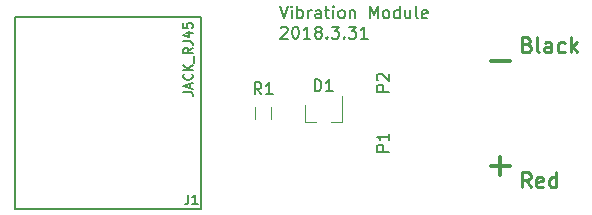
<source format=gbr>
G04 #@! TF.FileFunction,Legend,Top*
%FSLAX46Y46*%
G04 Gerber Fmt 4.6, Leading zero omitted, Abs format (unit mm)*
G04 Created by KiCad (PCBNEW 4.0.7) date 04/02/18 06:39:49*
%MOMM*%
%LPD*%
G01*
G04 APERTURE LIST*
%ADD10C,0.150000*%
%ADD11C,0.254000*%
%ADD12C,0.300000*%
%ADD13C,0.203200*%
%ADD14C,0.120000*%
%ADD15C,0.149860*%
G04 APERTURE END LIST*
D10*
D11*
X65495714Y-29754286D02*
X65677143Y-29814762D01*
X65737619Y-29875238D01*
X65798095Y-29996190D01*
X65798095Y-30177619D01*
X65737619Y-30298571D01*
X65677143Y-30359048D01*
X65556190Y-30419524D01*
X65072381Y-30419524D01*
X65072381Y-29149524D01*
X65495714Y-29149524D01*
X65616667Y-29210000D01*
X65677143Y-29270476D01*
X65737619Y-29391429D01*
X65737619Y-29512381D01*
X65677143Y-29633333D01*
X65616667Y-29693810D01*
X65495714Y-29754286D01*
X65072381Y-29754286D01*
X66523810Y-30419524D02*
X66402857Y-30359048D01*
X66342381Y-30238095D01*
X66342381Y-29149524D01*
X67551905Y-30419524D02*
X67551905Y-29754286D01*
X67491428Y-29633333D01*
X67370476Y-29572857D01*
X67128571Y-29572857D01*
X67007619Y-29633333D01*
X67551905Y-30359048D02*
X67430952Y-30419524D01*
X67128571Y-30419524D01*
X67007619Y-30359048D01*
X66947143Y-30238095D01*
X66947143Y-30117143D01*
X67007619Y-29996190D01*
X67128571Y-29935714D01*
X67430952Y-29935714D01*
X67551905Y-29875238D01*
X68700953Y-30359048D02*
X68580000Y-30419524D01*
X68338096Y-30419524D01*
X68217143Y-30359048D01*
X68156667Y-30298571D01*
X68096191Y-30177619D01*
X68096191Y-29814762D01*
X68156667Y-29693810D01*
X68217143Y-29633333D01*
X68338096Y-29572857D01*
X68580000Y-29572857D01*
X68700953Y-29633333D01*
X69245238Y-30419524D02*
X69245238Y-29149524D01*
X69366190Y-29935714D02*
X69729047Y-30419524D01*
X69729047Y-29572857D02*
X69245238Y-30056667D01*
X65798095Y-41849524D02*
X65374762Y-41244762D01*
X65072381Y-41849524D02*
X65072381Y-40579524D01*
X65556190Y-40579524D01*
X65677143Y-40640000D01*
X65737619Y-40700476D01*
X65798095Y-40821429D01*
X65798095Y-41002857D01*
X65737619Y-41123810D01*
X65677143Y-41184286D01*
X65556190Y-41244762D01*
X65072381Y-41244762D01*
X66826190Y-41789048D02*
X66705238Y-41849524D01*
X66463333Y-41849524D01*
X66342381Y-41789048D01*
X66281905Y-41668095D01*
X66281905Y-41184286D01*
X66342381Y-41063333D01*
X66463333Y-41002857D01*
X66705238Y-41002857D01*
X66826190Y-41063333D01*
X66886667Y-41184286D01*
X66886667Y-41305238D01*
X66281905Y-41426190D01*
X67975238Y-41849524D02*
X67975238Y-40579524D01*
X67975238Y-41789048D02*
X67854285Y-41849524D01*
X67612381Y-41849524D01*
X67491428Y-41789048D01*
X67430952Y-41728571D01*
X67370476Y-41607619D01*
X67370476Y-41244762D01*
X67430952Y-41123810D01*
X67491428Y-41063333D01*
X67612381Y-41002857D01*
X67854285Y-41002857D01*
X67975238Y-41063333D01*
D12*
X62471905Y-40023143D02*
X64020095Y-40023143D01*
X63246000Y-40797238D02*
X63246000Y-39249048D01*
X62471905Y-31133143D02*
X64020095Y-31133143D01*
D13*
X44546762Y-26520019D02*
X44885429Y-27536019D01*
X45224095Y-26520019D01*
X45562762Y-27536019D02*
X45562762Y-26858686D01*
X45562762Y-26520019D02*
X45514381Y-26568400D01*
X45562762Y-26616781D01*
X45611143Y-26568400D01*
X45562762Y-26520019D01*
X45562762Y-26616781D01*
X46046572Y-27536019D02*
X46046572Y-26520019D01*
X46046572Y-26907067D02*
X46143334Y-26858686D01*
X46336857Y-26858686D01*
X46433619Y-26907067D01*
X46482000Y-26955448D01*
X46530381Y-27052210D01*
X46530381Y-27342495D01*
X46482000Y-27439257D01*
X46433619Y-27487638D01*
X46336857Y-27536019D01*
X46143334Y-27536019D01*
X46046572Y-27487638D01*
X46965810Y-27536019D02*
X46965810Y-26858686D01*
X46965810Y-27052210D02*
X47014191Y-26955448D01*
X47062572Y-26907067D01*
X47159334Y-26858686D01*
X47256095Y-26858686D01*
X48030190Y-27536019D02*
X48030190Y-27003829D01*
X47981809Y-26907067D01*
X47885047Y-26858686D01*
X47691524Y-26858686D01*
X47594762Y-26907067D01*
X48030190Y-27487638D02*
X47933428Y-27536019D01*
X47691524Y-27536019D01*
X47594762Y-27487638D01*
X47546381Y-27390876D01*
X47546381Y-27294114D01*
X47594762Y-27197352D01*
X47691524Y-27148971D01*
X47933428Y-27148971D01*
X48030190Y-27100590D01*
X48368857Y-26858686D02*
X48755905Y-26858686D01*
X48514000Y-26520019D02*
X48514000Y-27390876D01*
X48562381Y-27487638D01*
X48659143Y-27536019D01*
X48755905Y-27536019D01*
X49094571Y-27536019D02*
X49094571Y-26858686D01*
X49094571Y-26520019D02*
X49046190Y-26568400D01*
X49094571Y-26616781D01*
X49142952Y-26568400D01*
X49094571Y-26520019D01*
X49094571Y-26616781D01*
X49723524Y-27536019D02*
X49626762Y-27487638D01*
X49578381Y-27439257D01*
X49530000Y-27342495D01*
X49530000Y-27052210D01*
X49578381Y-26955448D01*
X49626762Y-26907067D01*
X49723524Y-26858686D01*
X49868666Y-26858686D01*
X49965428Y-26907067D01*
X50013809Y-26955448D01*
X50062190Y-27052210D01*
X50062190Y-27342495D01*
X50013809Y-27439257D01*
X49965428Y-27487638D01*
X49868666Y-27536019D01*
X49723524Y-27536019D01*
X50497619Y-26858686D02*
X50497619Y-27536019D01*
X50497619Y-26955448D02*
X50546000Y-26907067D01*
X50642762Y-26858686D01*
X50787904Y-26858686D01*
X50884666Y-26907067D01*
X50933047Y-27003829D01*
X50933047Y-27536019D01*
X52190952Y-27536019D02*
X52190952Y-26520019D01*
X52529618Y-27245733D01*
X52868285Y-26520019D01*
X52868285Y-27536019D01*
X53497238Y-27536019D02*
X53400476Y-27487638D01*
X53352095Y-27439257D01*
X53303714Y-27342495D01*
X53303714Y-27052210D01*
X53352095Y-26955448D01*
X53400476Y-26907067D01*
X53497238Y-26858686D01*
X53642380Y-26858686D01*
X53739142Y-26907067D01*
X53787523Y-26955448D01*
X53835904Y-27052210D01*
X53835904Y-27342495D01*
X53787523Y-27439257D01*
X53739142Y-27487638D01*
X53642380Y-27536019D01*
X53497238Y-27536019D01*
X54706761Y-27536019D02*
X54706761Y-26520019D01*
X54706761Y-27487638D02*
X54609999Y-27536019D01*
X54416476Y-27536019D01*
X54319714Y-27487638D01*
X54271333Y-27439257D01*
X54222952Y-27342495D01*
X54222952Y-27052210D01*
X54271333Y-26955448D01*
X54319714Y-26907067D01*
X54416476Y-26858686D01*
X54609999Y-26858686D01*
X54706761Y-26907067D01*
X55625999Y-26858686D02*
X55625999Y-27536019D01*
X55190571Y-26858686D02*
X55190571Y-27390876D01*
X55238952Y-27487638D01*
X55335714Y-27536019D01*
X55480856Y-27536019D01*
X55577618Y-27487638D01*
X55625999Y-27439257D01*
X56254952Y-27536019D02*
X56158190Y-27487638D01*
X56109809Y-27390876D01*
X56109809Y-26520019D01*
X57029046Y-27487638D02*
X56932284Y-27536019D01*
X56738761Y-27536019D01*
X56641999Y-27487638D01*
X56593618Y-27390876D01*
X56593618Y-27003829D01*
X56641999Y-26907067D01*
X56738761Y-26858686D01*
X56932284Y-26858686D01*
X57029046Y-26907067D01*
X57077427Y-27003829D01*
X57077427Y-27100590D01*
X56593618Y-27197352D01*
X44643524Y-28343981D02*
X44691905Y-28295600D01*
X44788667Y-28247219D01*
X45030571Y-28247219D01*
X45127333Y-28295600D01*
X45175714Y-28343981D01*
X45224095Y-28440743D01*
X45224095Y-28537505D01*
X45175714Y-28682648D01*
X44595143Y-29263219D01*
X45224095Y-29263219D01*
X45853048Y-28247219D02*
X45949809Y-28247219D01*
X46046571Y-28295600D01*
X46094952Y-28343981D01*
X46143333Y-28440743D01*
X46191714Y-28634267D01*
X46191714Y-28876171D01*
X46143333Y-29069695D01*
X46094952Y-29166457D01*
X46046571Y-29214838D01*
X45949809Y-29263219D01*
X45853048Y-29263219D01*
X45756286Y-29214838D01*
X45707905Y-29166457D01*
X45659524Y-29069695D01*
X45611143Y-28876171D01*
X45611143Y-28634267D01*
X45659524Y-28440743D01*
X45707905Y-28343981D01*
X45756286Y-28295600D01*
X45853048Y-28247219D01*
X47159333Y-29263219D02*
X46578762Y-29263219D01*
X46869048Y-29263219D02*
X46869048Y-28247219D01*
X46772286Y-28392362D01*
X46675524Y-28489124D01*
X46578762Y-28537505D01*
X47739905Y-28682648D02*
X47643143Y-28634267D01*
X47594762Y-28585886D01*
X47546381Y-28489124D01*
X47546381Y-28440743D01*
X47594762Y-28343981D01*
X47643143Y-28295600D01*
X47739905Y-28247219D01*
X47933428Y-28247219D01*
X48030190Y-28295600D01*
X48078571Y-28343981D01*
X48126952Y-28440743D01*
X48126952Y-28489124D01*
X48078571Y-28585886D01*
X48030190Y-28634267D01*
X47933428Y-28682648D01*
X47739905Y-28682648D01*
X47643143Y-28731029D01*
X47594762Y-28779410D01*
X47546381Y-28876171D01*
X47546381Y-29069695D01*
X47594762Y-29166457D01*
X47643143Y-29214838D01*
X47739905Y-29263219D01*
X47933428Y-29263219D01*
X48030190Y-29214838D01*
X48078571Y-29166457D01*
X48126952Y-29069695D01*
X48126952Y-28876171D01*
X48078571Y-28779410D01*
X48030190Y-28731029D01*
X47933428Y-28682648D01*
X48562381Y-29166457D02*
X48610762Y-29214838D01*
X48562381Y-29263219D01*
X48514000Y-29214838D01*
X48562381Y-29166457D01*
X48562381Y-29263219D01*
X48949429Y-28247219D02*
X49578381Y-28247219D01*
X49239715Y-28634267D01*
X49384857Y-28634267D01*
X49481619Y-28682648D01*
X49530000Y-28731029D01*
X49578381Y-28827790D01*
X49578381Y-29069695D01*
X49530000Y-29166457D01*
X49481619Y-29214838D01*
X49384857Y-29263219D01*
X49094572Y-29263219D01*
X48997810Y-29214838D01*
X48949429Y-29166457D01*
X50013810Y-29166457D02*
X50062191Y-29214838D01*
X50013810Y-29263219D01*
X49965429Y-29214838D01*
X50013810Y-29166457D01*
X50013810Y-29263219D01*
X50400858Y-28247219D02*
X51029810Y-28247219D01*
X50691144Y-28634267D01*
X50836286Y-28634267D01*
X50933048Y-28682648D01*
X50981429Y-28731029D01*
X51029810Y-28827790D01*
X51029810Y-29069695D01*
X50981429Y-29166457D01*
X50933048Y-29214838D01*
X50836286Y-29263219D01*
X50546001Y-29263219D01*
X50449239Y-29214838D01*
X50400858Y-29166457D01*
X51997429Y-29263219D02*
X51416858Y-29263219D01*
X51707144Y-29263219D02*
X51707144Y-28247219D01*
X51610382Y-28392362D01*
X51513620Y-28489124D01*
X51416858Y-28537505D01*
D14*
X46680000Y-36320000D02*
X47610000Y-36320000D01*
X49840000Y-36320000D02*
X48910000Y-36320000D01*
X49840000Y-36320000D02*
X49840000Y-34160000D01*
X46680000Y-36320000D02*
X46680000Y-34860000D01*
D15*
X22152000Y-27430000D02*
X37902000Y-27430000D01*
X37902000Y-27430000D02*
X37902000Y-43690000D01*
X37902000Y-43690000D02*
X22152000Y-43690000D01*
X22152000Y-43690000D02*
X22152000Y-27430000D01*
D14*
X43860000Y-35060000D02*
X43860000Y-36060000D01*
X42500000Y-36060000D02*
X42500000Y-35060000D01*
D10*
X47521905Y-33726381D02*
X47521905Y-32726381D01*
X47760000Y-32726381D01*
X47902858Y-32774000D01*
X47998096Y-32869238D01*
X48045715Y-32964476D01*
X48093334Y-33154952D01*
X48093334Y-33297810D01*
X48045715Y-33488286D01*
X47998096Y-33583524D01*
X47902858Y-33678762D01*
X47760000Y-33726381D01*
X47521905Y-33726381D01*
X49045715Y-33726381D02*
X48474286Y-33726381D01*
X48760000Y-33726381D02*
X48760000Y-32726381D01*
X48664762Y-32869238D01*
X48569524Y-32964476D01*
X48474286Y-33012095D01*
X36817334Y-42487905D02*
X36817334Y-43059333D01*
X36779238Y-43173619D01*
X36703048Y-43249810D01*
X36588762Y-43287905D01*
X36512572Y-43287905D01*
X37617334Y-43287905D02*
X37160191Y-43287905D01*
X37388762Y-43287905D02*
X37388762Y-42487905D01*
X37312572Y-42602190D01*
X37236381Y-42678381D01*
X37160191Y-42716476D01*
X36391905Y-33788000D02*
X36963333Y-33788000D01*
X37077619Y-33826096D01*
X37153810Y-33902286D01*
X37191905Y-34016572D01*
X37191905Y-34092762D01*
X36963333Y-33445143D02*
X36963333Y-33064191D01*
X37191905Y-33521334D02*
X36391905Y-33254667D01*
X37191905Y-32988000D01*
X37115714Y-32264191D02*
X37153810Y-32302286D01*
X37191905Y-32416572D01*
X37191905Y-32492762D01*
X37153810Y-32607048D01*
X37077619Y-32683239D01*
X37001429Y-32721334D01*
X36849048Y-32759429D01*
X36734762Y-32759429D01*
X36582381Y-32721334D01*
X36506190Y-32683239D01*
X36430000Y-32607048D01*
X36391905Y-32492762D01*
X36391905Y-32416572D01*
X36430000Y-32302286D01*
X36468095Y-32264191D01*
X37191905Y-31921334D02*
X36391905Y-31921334D01*
X37191905Y-31464191D02*
X36734762Y-31807048D01*
X36391905Y-31464191D02*
X36849048Y-31921334D01*
X37268095Y-31311810D02*
X37268095Y-30702286D01*
X37191905Y-30054667D02*
X36810952Y-30321334D01*
X37191905Y-30511810D02*
X36391905Y-30511810D01*
X36391905Y-30207048D01*
X36430000Y-30130857D01*
X36468095Y-30092762D01*
X36544286Y-30054667D01*
X36658571Y-30054667D01*
X36734762Y-30092762D01*
X36772857Y-30130857D01*
X36810952Y-30207048D01*
X36810952Y-30511810D01*
X36391905Y-29483238D02*
X36963333Y-29483238D01*
X37077619Y-29521334D01*
X37153810Y-29597524D01*
X37191905Y-29711810D01*
X37191905Y-29788000D01*
X36658571Y-28759429D02*
X37191905Y-28759429D01*
X36353810Y-28949905D02*
X36925238Y-29140381D01*
X36925238Y-28645143D01*
X36391905Y-27959428D02*
X36391905Y-28340381D01*
X36772857Y-28378476D01*
X36734762Y-28340381D01*
X36696667Y-28264190D01*
X36696667Y-28073714D01*
X36734762Y-27997524D01*
X36772857Y-27959428D01*
X36849048Y-27921333D01*
X37039524Y-27921333D01*
X37115714Y-27959428D01*
X37153810Y-27997524D01*
X37191905Y-28073714D01*
X37191905Y-28264190D01*
X37153810Y-28340381D01*
X37115714Y-28378476D01*
X53792381Y-38838095D02*
X52792381Y-38838095D01*
X52792381Y-38457142D01*
X52840000Y-38361904D01*
X52887619Y-38314285D01*
X52982857Y-38266666D01*
X53125714Y-38266666D01*
X53220952Y-38314285D01*
X53268571Y-38361904D01*
X53316190Y-38457142D01*
X53316190Y-38838095D01*
X53792381Y-37314285D02*
X53792381Y-37885714D01*
X53792381Y-37600000D02*
X52792381Y-37600000D01*
X52935238Y-37695238D01*
X53030476Y-37790476D01*
X53078095Y-37885714D01*
X53792381Y-33758095D02*
X52792381Y-33758095D01*
X52792381Y-33377142D01*
X52840000Y-33281904D01*
X52887619Y-33234285D01*
X52982857Y-33186666D01*
X53125714Y-33186666D01*
X53220952Y-33234285D01*
X53268571Y-33281904D01*
X53316190Y-33377142D01*
X53316190Y-33758095D01*
X52887619Y-32805714D02*
X52840000Y-32758095D01*
X52792381Y-32662857D01*
X52792381Y-32424761D01*
X52840000Y-32329523D01*
X52887619Y-32281904D01*
X52982857Y-32234285D01*
X53078095Y-32234285D01*
X53220952Y-32281904D01*
X53792381Y-32853333D01*
X53792381Y-32234285D01*
X43013334Y-33980381D02*
X42680000Y-33504190D01*
X42441905Y-33980381D02*
X42441905Y-32980381D01*
X42822858Y-32980381D01*
X42918096Y-33028000D01*
X42965715Y-33075619D01*
X43013334Y-33170857D01*
X43013334Y-33313714D01*
X42965715Y-33408952D01*
X42918096Y-33456571D01*
X42822858Y-33504190D01*
X42441905Y-33504190D01*
X43965715Y-33980381D02*
X43394286Y-33980381D01*
X43680000Y-33980381D02*
X43680000Y-32980381D01*
X43584762Y-33123238D01*
X43489524Y-33218476D01*
X43394286Y-33266095D01*
M02*

</source>
